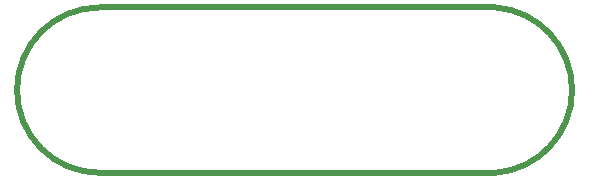
<source format=gbr>
%TF.GenerationSoftware,KiCad,Pcbnew,8.0.8*%
%TF.CreationDate,2025-05-05T01:26:33-03:00*%
%TF.ProjectId,Sao_Bandaid,53616f5f-4261-46e6-9461-69642e6b6963,rev?*%
%TF.SameCoordinates,Original*%
%TF.FileFunction,Profile,NP*%
%FSLAX46Y46*%
G04 Gerber Fmt 4.6, Leading zero omitted, Abs format (unit mm)*
G04 Created by KiCad (PCBNEW 8.0.8) date 2025-05-05 01:26:33*
%MOMM*%
%LPD*%
G01*
G04 APERTURE LIST*
%TA.AperFunction,Profile*%
%ADD10C,0.500000*%
%TD*%
G04 APERTURE END LIST*
D10*
X166000000Y-89000000D02*
X132500000Y-89000000D01*
X132500000Y-103000000D02*
G75*
G02*
X132500000Y-89000000I0J7000000D01*
G01*
X166000000Y-89000000D02*
G75*
G02*
X166000000Y-103000000I-517830J-7000000D01*
G01*
X166000000Y-103000000D02*
X132500000Y-103000000D01*
M02*

</source>
